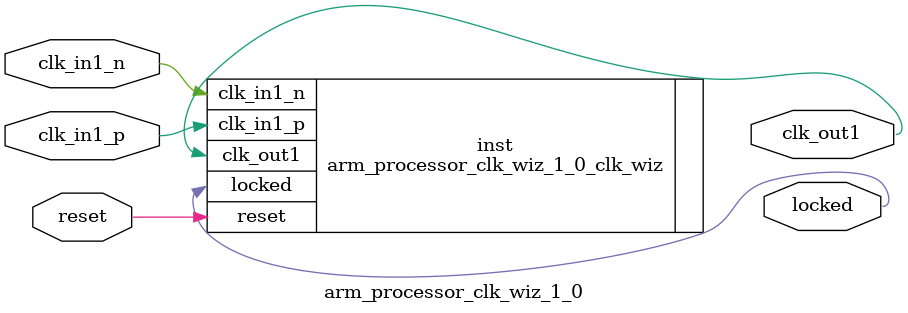
<source format=v>


`timescale 1ps/1ps

(* CORE_GENERATION_INFO = "arm_processor_clk_wiz_1_0,clk_wiz_v6_0_15_0_0,{component_name=arm_processor_clk_wiz_1_0,use_phase_alignment=false,use_min_o_jitter=false,use_max_i_jitter=false,use_dyn_phase_shift=false,use_inclk_switchover=false,use_dyn_reconfig=false,enable_axi=0,feedback_source=FDBK_AUTO,PRIMITIVE=MMCM,num_out_clk=1,clkin1_period=3.333,clkin2_period=10.0,use_power_down=false,use_reset=true,use_locked=true,use_inclk_stopped=false,feedback_type=SINGLE,CLOCK_MGR_TYPE=NA,manual_override=false}" *)

module arm_processor_clk_wiz_1_0 
 (
  // Clock out ports
  output        clk_out1,
  // Status and control signals
  input         reset,
  output        locked,
 // Clock in ports
  input         clk_in1_p,
  input         clk_in1_n
 );

  arm_processor_clk_wiz_1_0_clk_wiz inst
  (
  // Clock out ports  
  .clk_out1(clk_out1),
  // Status and control signals               
  .reset(reset), 
  .locked(locked),
 // Clock in ports
  .clk_in1_p(clk_in1_p),
  .clk_in1_n(clk_in1_n)
  );

endmodule

</source>
